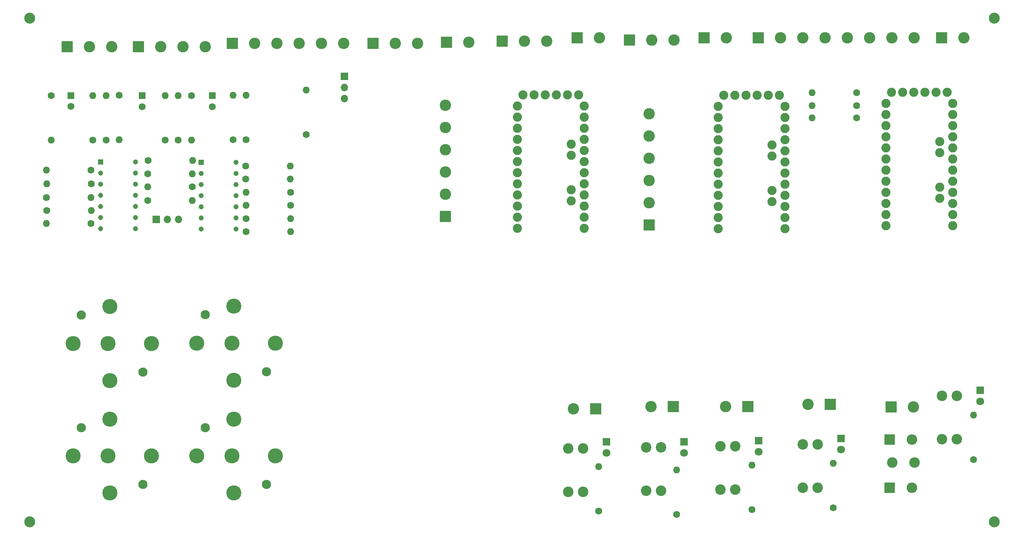
<source format=gbr>
%TF.GenerationSoftware,KiCad,Pcbnew,7.0.8*%
%TF.CreationDate,2024-04-24T16:06:16-06:00*%
%TF.ProjectId,Motherboard23-24,4d6f7468-6572-4626-9f61-726432332d32,rev?*%
%TF.SameCoordinates,Original*%
%TF.FileFunction,Soldermask,Bot*%
%TF.FilePolarity,Negative*%
%FSLAX46Y46*%
G04 Gerber Fmt 4.6, Leading zero omitted, Abs format (unit mm)*
G04 Created by KiCad (PCBNEW 7.0.8) date 2024-04-24 16:06:16*
%MOMM*%
%LPD*%
G01*
G04 APERTURE LIST*
%ADD10R,2.600000X2.600000*%
%ADD11C,2.600000*%
%ADD12C,2.400000*%
%ADD13C,2.500000*%
%ADD14C,2.100000*%
%ADD15C,3.450000*%
%ADD16C,1.600000*%
%ADD17O,1.600000X1.600000*%
%ADD18R,1.600000X1.600000*%
%ADD19C,2.083600*%
%ADD20O,2.400000X2.400000*%
%ADD21R,1.170000X1.170000*%
%ADD22C,1.170000*%
%ADD23R,1.800000X1.800000*%
%ADD24C,1.800000*%
%ADD25R,2.400000X2.400000*%
%ADD26R,1.700000X1.700000*%
%ADD27O,1.700000X1.700000*%
G04 APERTURE END LIST*
D10*
%TO.C,J4*%
X36000000Y-29000000D03*
D11*
X41080000Y-29000000D03*
X46160000Y-29000000D03*
%TD*%
D12*
%TO.C,F5*%
X207200000Y-119827500D03*
X207200000Y-129747500D03*
X203800000Y-119827500D03*
X203800000Y-129747500D03*
%TD*%
D10*
%TO.C,J3*%
X174295000Y-111195000D03*
D11*
X169215000Y-111195000D03*
%TD*%
D10*
%TO.C,J17*%
X122500000Y-28000000D03*
D11*
X127580000Y-28000000D03*
%TD*%
D13*
%TO.C,REF\u002A\u002A*%
X247500000Y-137500000D03*
%TD*%
D14*
%TO.C,J15*%
X39250000Y-116000000D03*
X53250000Y-129000000D03*
D15*
X55250000Y-122500000D03*
X45750000Y-130950000D03*
X45750000Y-114050000D03*
X37350000Y-122500000D03*
X45350000Y-122500000D03*
%TD*%
D16*
%TO.C,R8*%
X64360000Y-40170000D03*
D17*
X64360000Y-50330000D03*
%TD*%
D16*
%TO.C,R16*%
X76830000Y-68250000D03*
D17*
X86990000Y-68250000D03*
%TD*%
D13*
%TO.C,REF\u002A\u002A*%
X247500000Y-22500000D03*
%TD*%
D16*
%TO.C,R22*%
X31280000Y-63420000D03*
D17*
X41440000Y-63420000D03*
%TD*%
D10*
%TO.C,J24*%
X181335000Y-26950000D03*
D11*
X186415000Y-26950000D03*
%TD*%
D16*
%TO.C,R29*%
X54360000Y-64170000D03*
D17*
X64520000Y-64170000D03*
%TD*%
D10*
%TO.C,J21*%
X235500000Y-27000000D03*
D11*
X240580000Y-27000000D03*
%TD*%
D10*
%TO.C,J10*%
X52250000Y-29000000D03*
D11*
X57330000Y-29000000D03*
X62410000Y-29000000D03*
X67490000Y-29000000D03*
%TD*%
D14*
%TO.C,J16*%
X67500000Y-116000000D03*
X81500000Y-129000000D03*
D15*
X83500000Y-122500000D03*
X74000000Y-130950000D03*
X74000000Y-114050000D03*
X65600000Y-122500000D03*
X73600000Y-122500000D03*
%TD*%
D16*
%TO.C,R28*%
X54500000Y-55000000D03*
D17*
X64660000Y-55000000D03*
%TD*%
D13*
%TO.C,REF\u002A\u002A*%
X27500000Y-22500000D03*
%TD*%
D10*
%TO.C,J2*%
X156545000Y-111695000D03*
D11*
X151465000Y-111695000D03*
%TD*%
D10*
%TO.C,J19*%
X122250000Y-67740000D03*
D11*
X122250000Y-62660000D03*
X122250000Y-57580000D03*
X122250000Y-52500000D03*
X122250000Y-47420000D03*
X122250000Y-42340000D03*
%TD*%
D18*
%TO.C,C1*%
X36860000Y-40170000D03*
D16*
X36860000Y-42670000D03*
%TD*%
D12*
%TO.C,F1*%
X153700000Y-120790000D03*
X153700000Y-130710000D03*
X150300000Y-120790000D03*
X150300000Y-130710000D03*
%TD*%
%TO.C,F2*%
X171450000Y-120502500D03*
X171450000Y-130422500D03*
X168050000Y-120502500D03*
X168050000Y-130422500D03*
%TD*%
D10*
%TO.C,J1*%
X168805000Y-69700000D03*
D11*
X168805000Y-64620000D03*
X168805000Y-59540000D03*
X168805000Y-54460000D03*
X168805000Y-49380000D03*
X168805000Y-44300000D03*
%TD*%
D10*
%TO.C,J8*%
X193670000Y-27000000D03*
D11*
X198750000Y-27000000D03*
X203830000Y-27000000D03*
X208910000Y-27000000D03*
X213990000Y-27000000D03*
X219070000Y-27000000D03*
X224150000Y-27000000D03*
X229230000Y-27000000D03*
%TD*%
D19*
%TO.C,U5*%
X236720000Y-39380000D03*
X234180000Y-39380000D03*
X231640000Y-39380000D03*
X229100000Y-39380000D03*
X226560000Y-39380000D03*
X224020000Y-39380000D03*
X235069000Y-53223000D03*
X235069000Y-50683000D03*
X235069000Y-63637000D03*
X235069000Y-61097000D03*
X237990000Y-41920000D03*
X237990000Y-44460000D03*
X237990000Y-47000000D03*
X237990000Y-49540000D03*
X237990000Y-52080000D03*
X237990000Y-54620000D03*
X237990000Y-57160000D03*
X237990000Y-59700000D03*
X237990000Y-62240000D03*
X237990000Y-64780000D03*
X237990000Y-67320000D03*
X237990000Y-69860000D03*
X222750000Y-69860000D03*
X222750000Y-67320000D03*
X222750000Y-64780000D03*
X222750000Y-62240000D03*
X222750000Y-59700000D03*
X222750000Y-57160000D03*
X222750000Y-54620000D03*
X222750000Y-52080000D03*
X222750000Y-49540000D03*
X222750000Y-47000000D03*
X222750000Y-44460000D03*
X222750000Y-41920000D03*
%TD*%
D16*
%TO.C,R13*%
X61360000Y-50320000D03*
D17*
X61360000Y-40160000D03*
%TD*%
D16*
%TO.C,R15*%
X76830000Y-71250000D03*
D17*
X86990000Y-71250000D03*
%TD*%
D16*
%TO.C,R7*%
X47860000Y-40090000D03*
D17*
X47860000Y-50250000D03*
%TD*%
D10*
%TO.C,J6*%
X210045000Y-110695000D03*
D11*
X204965000Y-110695000D03*
%TD*%
D16*
%TO.C,R1*%
X157250000Y-135080000D03*
D17*
X157250000Y-124920000D03*
%TD*%
D16*
%TO.C,R23*%
X41440000Y-57170000D03*
D17*
X31280000Y-57170000D03*
%TD*%
D16*
%TO.C,R27*%
X86990000Y-62250000D03*
D17*
X76830000Y-62250000D03*
%TD*%
D16*
%TO.C,R4*%
X192250000Y-134750000D03*
D17*
X192250000Y-124590000D03*
%TD*%
D12*
%TO.C,F3*%
X238950000Y-108752500D03*
X238950000Y-118672500D03*
X235550000Y-108752500D03*
X235550000Y-118672500D03*
%TD*%
%TO.C,TH2*%
X224235000Y-124000000D03*
D20*
X229315000Y-124000000D03*
%TD*%
D16*
%TO.C,R19*%
X41490000Y-60300000D03*
D17*
X31330000Y-60300000D03*
%TD*%
D21*
%TO.C,U3*%
X66610000Y-55380000D03*
D22*
X66610000Y-57920000D03*
X66610000Y-60460000D03*
X66610000Y-63000000D03*
X66610000Y-65540000D03*
X66610000Y-68080000D03*
X66610000Y-70620000D03*
X74550000Y-70620000D03*
X74550000Y-68080000D03*
X74550000Y-65540000D03*
X74550000Y-63000000D03*
X74550000Y-60460000D03*
X74550000Y-57920000D03*
X74550000Y-55380000D03*
%TD*%
D16*
%TO.C,R9*%
X41860000Y-50294888D03*
D17*
X41860000Y-40134888D03*
%TD*%
D19*
%TO.C,U2*%
X198450000Y-40090000D03*
X195910000Y-40090000D03*
X193370000Y-40090000D03*
X190830000Y-40090000D03*
X188290000Y-40090000D03*
X185750000Y-40090000D03*
X196799000Y-53933000D03*
X196799000Y-51393000D03*
X196799000Y-64347000D03*
X196799000Y-61807000D03*
X199720000Y-42630000D03*
X199720000Y-45170000D03*
X199720000Y-47710000D03*
X199720000Y-50250000D03*
X199720000Y-52790000D03*
X199720000Y-55330000D03*
X199720000Y-57870000D03*
X199720000Y-60410000D03*
X199720000Y-62950000D03*
X199720000Y-65490000D03*
X199720000Y-68030000D03*
X199720000Y-70570000D03*
X184480000Y-70570000D03*
X184480000Y-68030000D03*
X184480000Y-65490000D03*
X184480000Y-62950000D03*
X184480000Y-60410000D03*
X184480000Y-57870000D03*
X184480000Y-55330000D03*
X184480000Y-52790000D03*
X184480000Y-50250000D03*
X184480000Y-47710000D03*
X184480000Y-45170000D03*
X184480000Y-42630000D03*
%TD*%
D10*
%TO.C,J23*%
X164250000Y-27500000D03*
D11*
X169330000Y-27500000D03*
X174410000Y-27500000D03*
%TD*%
D16*
%TO.C,R20*%
X31330000Y-66420000D03*
D17*
X41490000Y-66420000D03*
%TD*%
D16*
%TO.C,R18*%
X76750000Y-56250000D03*
D17*
X86910000Y-56250000D03*
%TD*%
D16*
%TO.C,R2*%
X175000000Y-135830000D03*
D17*
X175000000Y-125670000D03*
%TD*%
D23*
%TO.C,D2*%
X176750000Y-119210000D03*
D24*
X176750000Y-121750000D03*
%TD*%
D14*
%TO.C,J13*%
X67500000Y-90250000D03*
X81500000Y-103250000D03*
D15*
X83500000Y-96750000D03*
X74000000Y-105200000D03*
X74000000Y-88300000D03*
X65600000Y-96750000D03*
X73600000Y-96750000D03*
%TD*%
D23*
%TO.C,D3*%
X193750000Y-118975000D03*
D24*
X193750000Y-121515000D03*
%TD*%
D23*
%TO.C,D5*%
X244250000Y-107462500D03*
D24*
X244250000Y-110002500D03*
%TD*%
D23*
%TO.C,D1*%
X159000000Y-119250000D03*
D24*
X159000000Y-121790000D03*
%TD*%
D10*
%TO.C,J11*%
X73670000Y-28250000D03*
D11*
X78750000Y-28250000D03*
X83830000Y-28250000D03*
X88910000Y-28250000D03*
X93990000Y-28250000D03*
X99070000Y-28250000D03*
%TD*%
D16*
%TO.C,R24*%
X54420000Y-58000000D03*
D17*
X64580000Y-58000000D03*
%TD*%
D16*
%TO.C,R30*%
X90500000Y-49080000D03*
D17*
X90500000Y-38920000D03*
%TD*%
D25*
%TO.C,D9*%
X223660000Y-129750000D03*
D20*
X228740000Y-129750000D03*
%TD*%
D16*
%TO.C,R12*%
X44860000Y-50320000D03*
D17*
X44860000Y-40160000D03*
%TD*%
D18*
%TO.C,C3*%
X69110000Y-40214888D03*
D16*
X69110000Y-42714888D03*
%TD*%
D14*
%TO.C,J12*%
X39250000Y-90300000D03*
X53250000Y-103300000D03*
D15*
X55250000Y-96800000D03*
X45750000Y-105250000D03*
X45750000Y-88350000D03*
X37350000Y-96800000D03*
X45350000Y-96800000D03*
%TD*%
D16*
%TO.C,R32*%
X216080000Y-42500000D03*
D17*
X205920000Y-42500000D03*
%TD*%
D10*
%TO.C,J7*%
X135250000Y-27750000D03*
D11*
X140330000Y-27750000D03*
X145410000Y-27750000D03*
%TD*%
D12*
%TO.C,F4*%
X188450000Y-120290000D03*
X188450000Y-130210000D03*
X185050000Y-120290000D03*
X185050000Y-130210000D03*
%TD*%
D16*
%TO.C,R6*%
X32360000Y-40134888D03*
D17*
X32360000Y-50294888D03*
%TD*%
D16*
%TO.C,R25*%
X64580000Y-61000000D03*
D17*
X54420000Y-61000000D03*
%TD*%
D21*
%TO.C,U4*%
X43640000Y-55300000D03*
D22*
X43640000Y-57840000D03*
X43640000Y-60380000D03*
X43640000Y-62920000D03*
X43640000Y-65460000D03*
X43640000Y-68000000D03*
X43640000Y-70540000D03*
X51580000Y-70540000D03*
X51580000Y-68000000D03*
X51580000Y-65460000D03*
X51580000Y-62920000D03*
X51580000Y-60380000D03*
X51580000Y-57840000D03*
X51580000Y-55300000D03*
%TD*%
D16*
%TO.C,R3*%
X242750000Y-123292500D03*
D17*
X242750000Y-113132500D03*
%TD*%
D18*
%TO.C,C2*%
X53110000Y-40214888D03*
D16*
X53110000Y-42714888D03*
%TD*%
%TO.C,R26*%
X86990000Y-65250000D03*
D17*
X76830000Y-65250000D03*
%TD*%
D19*
%TO.C,U1*%
X152660000Y-40000000D03*
X150120000Y-40000000D03*
X147580000Y-40000000D03*
X145040000Y-40000000D03*
X142500000Y-40000000D03*
X139960000Y-40000000D03*
X151009000Y-53843000D03*
X151009000Y-51303000D03*
X151009000Y-64257000D03*
X151009000Y-61717000D03*
X153930000Y-42540000D03*
X153930000Y-45080000D03*
X153930000Y-47620000D03*
X153930000Y-50160000D03*
X153930000Y-52700000D03*
X153930000Y-55240000D03*
X153930000Y-57780000D03*
X153930000Y-60320000D03*
X153930000Y-62860000D03*
X153930000Y-65400000D03*
X153930000Y-67940000D03*
X153930000Y-70480000D03*
X138690000Y-70480000D03*
X138690000Y-67940000D03*
X138690000Y-65400000D03*
X138690000Y-62860000D03*
X138690000Y-60320000D03*
X138690000Y-57780000D03*
X138690000Y-55240000D03*
X138690000Y-52700000D03*
X138690000Y-50160000D03*
X138690000Y-47620000D03*
X138690000Y-45080000D03*
X138690000Y-42540000D03*
%TD*%
D16*
%TO.C,R5*%
X210750000Y-134330000D03*
D17*
X210750000Y-124170000D03*
%TD*%
D26*
%TO.C,Q1*%
X56360000Y-68420000D03*
D27*
X58900000Y-68420000D03*
X61440000Y-68420000D03*
%TD*%
D16*
%TO.C,R14*%
X76860000Y-50240000D03*
D17*
X76860000Y-40080000D03*
%TD*%
D16*
%TO.C,R31*%
X216080000Y-39500000D03*
D17*
X205920000Y-39500000D03*
%TD*%
D16*
%TO.C,R11*%
X73860000Y-50250000D03*
D17*
X73860000Y-40090000D03*
%TD*%
D10*
%TO.C,J9*%
X223955000Y-111305000D03*
D11*
X229035000Y-111305000D03*
%TD*%
D16*
%TO.C,R17*%
X76750000Y-59250000D03*
D17*
X86910000Y-59250000D03*
%TD*%
D26*
%TO.C,Q2*%
X99250000Y-35750000D03*
D27*
X99250000Y-38290000D03*
X99250000Y-40830000D03*
%TD*%
D25*
%TO.C,D8*%
X223660000Y-118750000D03*
D20*
X228740000Y-118750000D03*
%TD*%
D23*
%TO.C,D4*%
X212500000Y-118475000D03*
D24*
X212500000Y-121015000D03*
%TD*%
D10*
%TO.C,J18*%
X152335000Y-26950000D03*
D11*
X157415000Y-26950000D03*
%TD*%
D16*
%TO.C,R33*%
X216080000Y-45250000D03*
D17*
X205920000Y-45250000D03*
%TD*%
D10*
%TO.C,J5*%
X191295000Y-111195000D03*
D11*
X186215000Y-111195000D03*
%TD*%
D13*
%TO.C,REF\u002A\u002A*%
X27500000Y-137500000D03*
%TD*%
D10*
%TO.C,J14*%
X105750000Y-28250000D03*
D11*
X110830000Y-28250000D03*
X115910000Y-28250000D03*
%TD*%
D16*
%TO.C,R10*%
X58360000Y-50330000D03*
D17*
X58360000Y-40170000D03*
%TD*%
D16*
%TO.C,R21*%
X41460000Y-69420000D03*
D17*
X31300000Y-69420000D03*
%TD*%
M02*

</source>
